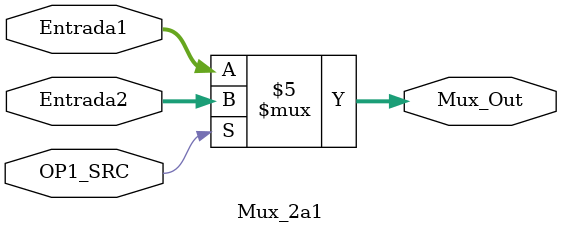
<source format=v>
`timescale 1ns / 1ps
/*MÓDULO Mux_2a1: El módulo Mux_2a1 es el encargado de multiplexar dos señales. Cuenta con 2 entradas de 32 bits y un
selector llamado OP1_SRC. Este módulo se utiliza 3 veces en todo el datapath, para multiplexar las entradas de la ALU
y multiplexar los posibles valor de PC (PC+4 y la sálida de la ALU para las instrucciones de tipo Branch).

ENTRADAS (3): Entrada1[31:0], Entrada2[31:0], OP1_SRC
SALIDAS (1):   Mux_Out[31:0]
*/
module Mux_2a1(
	input [31:0] Entrada1,
	input [31:0] Entrada2,
	output reg[31:0] Mux_Out,
	input OP1_SRC
);
//Se inicializa la sálida como 0
initial begin
Mux_Out = 0;
end

//Siempre que exista un cambio en las entradas se ejecutará lo siguiente
always @(*)

begin

//Cuando control es 0 se setea la sálida como Entrada 1
if (OP1_SRC == 0)
begin
	Mux_Out = Entrada1;
end

//Cuando control es 1 se setea la sálida como Entrada 2
else
begin
	Mux_Out = Entrada2;
end
end

endmodule

</source>
